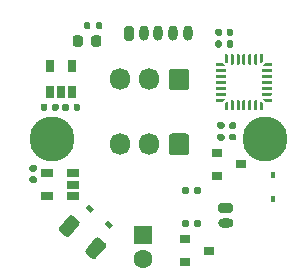
<source format=gts>
%TF.GenerationSoftware,KiCad,Pcbnew,(5.1.8)-1*%
%TF.CreationDate,2021-07-21T00:03:38+02:00*%
%TF.ProjectId,PX12_Board,50583132-5f42-46f6-9172-642e6b696361,V1.0*%
%TF.SameCoordinates,Original*%
%TF.FileFunction,Soldermask,Top*%
%TF.FilePolarity,Negative*%
%FSLAX46Y46*%
G04 Gerber Fmt 4.6, Leading zero omitted, Abs format (unit mm)*
G04 Created by KiCad (PCBNEW (5.1.8)-1) date 2021-07-21 00:03:38*
%MOMM*%
%LPD*%
G01*
G04 APERTURE LIST*
%ADD10O,1.300000X0.800000*%
%ADD11R,0.650000X1.060000*%
%ADD12O,1.700000X1.850000*%
%ADD13R,0.900000X0.800000*%
%ADD14R,1.060000X0.650000*%
%ADD15C,0.100000*%
%ADD16R,1.600000X1.600000*%
%ADD17C,1.600000*%
%ADD18C,3.800000*%
%ADD19R,0.450000X0.600000*%
%ADD20O,0.800000X1.300000*%
G04 APERTURE END LIST*
%TO.C,VALVE1*%
G36*
G01*
X180250000Y-105500000D02*
X181150000Y-105500000D01*
G75*
G02*
X181350000Y-105700000I0J-200000D01*
G01*
X181350000Y-106100000D01*
G75*
G02*
X181150000Y-106300000I-200000J0D01*
G01*
X180250000Y-106300000D01*
G75*
G02*
X180050000Y-106100000I0J200000D01*
G01*
X180050000Y-105700000D01*
G75*
G02*
X180250000Y-105500000I200000J0D01*
G01*
G37*
D10*
X180700000Y-107150000D03*
%TD*%
D11*
%TO.C,U1*%
X165800000Y-93850000D03*
X167700000Y-93850000D03*
X167700000Y-96050000D03*
X166750000Y-96050000D03*
X165800000Y-96050000D03*
%TD*%
D12*
%TO.C,AX12_2*%
X171750000Y-100500000D03*
X174250000Y-100500000D03*
G36*
G01*
X177600000Y-99825000D02*
X177600000Y-101175000D01*
G75*
G02*
X177350000Y-101425000I-250000J0D01*
G01*
X176150000Y-101425000D01*
G75*
G02*
X175900000Y-101175000I0J250000D01*
G01*
X175900000Y-99825000D01*
G75*
G02*
X176150000Y-99575000I250000J0D01*
G01*
X177350000Y-99575000D01*
G75*
G02*
X177600000Y-99825000I0J-250000D01*
G01*
G37*
%TD*%
%TO.C,D3*%
G36*
G01*
X167737500Y-92006250D02*
X167737500Y-91493750D01*
G75*
G02*
X167956250Y-91275000I218750J0D01*
G01*
X168393750Y-91275000D01*
G75*
G02*
X168612500Y-91493750I0J-218750D01*
G01*
X168612500Y-92006250D01*
G75*
G02*
X168393750Y-92225000I-218750J0D01*
G01*
X167956250Y-92225000D01*
G75*
G02*
X167737500Y-92006250I0J218750D01*
G01*
G37*
G36*
G01*
X169312500Y-92006250D02*
X169312500Y-91493750D01*
G75*
G02*
X169531250Y-91275000I218750J0D01*
G01*
X169968750Y-91275000D01*
G75*
G02*
X170187500Y-91493750I0J-218750D01*
G01*
X170187500Y-92006250D01*
G75*
G02*
X169968750Y-92225000I-218750J0D01*
G01*
X169531250Y-92225000D01*
G75*
G02*
X169312500Y-92006250I0J218750D01*
G01*
G37*
%TD*%
%TO.C,AX12_1*%
G36*
G01*
X177600000Y-94325000D02*
X177600000Y-95675000D01*
G75*
G02*
X177350000Y-95925000I-250000J0D01*
G01*
X176150000Y-95925000D01*
G75*
G02*
X175900000Y-95675000I0J250000D01*
G01*
X175900000Y-94325000D01*
G75*
G02*
X176150000Y-94075000I250000J0D01*
G01*
X177350000Y-94075000D01*
G75*
G02*
X177600000Y-94325000I0J-250000D01*
G01*
G37*
X174250000Y-95000000D03*
X171750000Y-95000000D03*
%TD*%
D13*
%TO.C,Q1*%
X182000000Y-102200000D03*
X180000000Y-103150000D03*
X180000000Y-101250000D03*
%TD*%
%TO.C,Q2*%
X177300000Y-108550000D03*
X177300000Y-110450000D03*
X179300000Y-109500000D03*
%TD*%
%TO.C,R2*%
G36*
G01*
X170532644Y-109182788D02*
X169729156Y-110140348D01*
G75*
G02*
X169376952Y-110171162I-191509J160695D01*
G01*
X168898170Y-109769416D01*
G75*
G02*
X168867356Y-109417212I160695J191509D01*
G01*
X169670844Y-108459652D01*
G75*
G02*
X170023048Y-108428838I191509J-160695D01*
G01*
X170501830Y-108830584D01*
G75*
G02*
X170532644Y-109182788I-160695J-191509D01*
G01*
G37*
G36*
G01*
X168291964Y-107302634D02*
X167488476Y-108260194D01*
G75*
G02*
X167136272Y-108291008I-191509J160695D01*
G01*
X166657490Y-107889262D01*
G75*
G02*
X166626676Y-107537058I160695J191509D01*
G01*
X167430164Y-106579498D01*
G75*
G02*
X167782368Y-106548684I191509J-160695D01*
G01*
X168261150Y-106950430D01*
G75*
G02*
X168291964Y-107302634I-160695J-191509D01*
G01*
G37*
%TD*%
D14*
%TO.C,U2*%
X167800000Y-104850000D03*
X167800000Y-103900000D03*
X167800000Y-102950000D03*
X165600000Y-102950000D03*
X165600000Y-104850000D03*
%TD*%
D15*
%TO.C,U3*%
G36*
X180625865Y-97039861D02*
G01*
X180628425Y-97031419D01*
X180632584Y-97023639D01*
X180638180Y-97016820D01*
X180771820Y-96883180D01*
X180778639Y-96877584D01*
X180786419Y-96873425D01*
X180794861Y-96870865D01*
X180803640Y-96870000D01*
X180830000Y-96870000D01*
X180838779Y-96870865D01*
X180847221Y-96873425D01*
X180855001Y-96877584D01*
X180861820Y-96883180D01*
X180867416Y-96889999D01*
X180871575Y-96897779D01*
X180874135Y-96906221D01*
X180875000Y-96915000D01*
X180875000Y-97580000D01*
X180874135Y-97588779D01*
X180871575Y-97597221D01*
X180867416Y-97605001D01*
X180861820Y-97611820D01*
X180855001Y-97617416D01*
X180847221Y-97621575D01*
X180838779Y-97624135D01*
X180830000Y-97625000D01*
X180670000Y-97625000D01*
X180661221Y-97624135D01*
X180652779Y-97621575D01*
X180644999Y-97617416D01*
X180638180Y-97611820D01*
X180632584Y-97605001D01*
X180628425Y-97597221D01*
X180625865Y-97588779D01*
X180625000Y-97580000D01*
X180625000Y-97048640D01*
X180625865Y-97039861D01*
G37*
G36*
G01*
X181312500Y-97625000D02*
X181187500Y-97625000D01*
G75*
G02*
X181125000Y-97562500I0J62500D01*
G01*
X181125000Y-96812500D01*
G75*
G02*
X181187500Y-96750000I62500J0D01*
G01*
X181312500Y-96750000D01*
G75*
G02*
X181375000Y-96812500I0J-62500D01*
G01*
X181375000Y-97562500D01*
G75*
G02*
X181312500Y-97625000I-62500J0D01*
G01*
G37*
G36*
G01*
X181812500Y-97625000D02*
X181687500Y-97625000D01*
G75*
G02*
X181625000Y-97562500I0J62500D01*
G01*
X181625000Y-96812500D01*
G75*
G02*
X181687500Y-96750000I62500J0D01*
G01*
X181812500Y-96750000D01*
G75*
G02*
X181875000Y-96812500I0J-62500D01*
G01*
X181875000Y-97562500D01*
G75*
G02*
X181812500Y-97625000I-62500J0D01*
G01*
G37*
G36*
G01*
X182312500Y-97625000D02*
X182187500Y-97625000D01*
G75*
G02*
X182125000Y-97562500I0J62500D01*
G01*
X182125000Y-96812500D01*
G75*
G02*
X182187500Y-96750000I62500J0D01*
G01*
X182312500Y-96750000D01*
G75*
G02*
X182375000Y-96812500I0J-62500D01*
G01*
X182375000Y-97562500D01*
G75*
G02*
X182312500Y-97625000I-62500J0D01*
G01*
G37*
G36*
G01*
X182812500Y-97625000D02*
X182687500Y-97625000D01*
G75*
G02*
X182625000Y-97562500I0J62500D01*
G01*
X182625000Y-96812500D01*
G75*
G02*
X182687500Y-96750000I62500J0D01*
G01*
X182812500Y-96750000D01*
G75*
G02*
X182875000Y-96812500I0J-62500D01*
G01*
X182875000Y-97562500D01*
G75*
G02*
X182812500Y-97625000I-62500J0D01*
G01*
G37*
G36*
G01*
X183312500Y-97625000D02*
X183187500Y-97625000D01*
G75*
G02*
X183125000Y-97562500I0J62500D01*
G01*
X183125000Y-96812500D01*
G75*
G02*
X183187500Y-96750000I62500J0D01*
G01*
X183312500Y-96750000D01*
G75*
G02*
X183375000Y-96812500I0J-62500D01*
G01*
X183375000Y-97562500D01*
G75*
G02*
X183312500Y-97625000I-62500J0D01*
G01*
G37*
G36*
X183625865Y-96906221D02*
G01*
X183628425Y-96897779D01*
X183632584Y-96889999D01*
X183638180Y-96883180D01*
X183644999Y-96877584D01*
X183652779Y-96873425D01*
X183661221Y-96870865D01*
X183670000Y-96870000D01*
X183696360Y-96870000D01*
X183705139Y-96870865D01*
X183713581Y-96873425D01*
X183721361Y-96877584D01*
X183728180Y-96883180D01*
X183861820Y-97016820D01*
X183867416Y-97023639D01*
X183871575Y-97031419D01*
X183874135Y-97039861D01*
X183875000Y-97048640D01*
X183875000Y-97580000D01*
X183874135Y-97588779D01*
X183871575Y-97597221D01*
X183867416Y-97605001D01*
X183861820Y-97611820D01*
X183855001Y-97617416D01*
X183847221Y-97621575D01*
X183838779Y-97624135D01*
X183830000Y-97625000D01*
X183670000Y-97625000D01*
X183661221Y-97624135D01*
X183652779Y-97621575D01*
X183644999Y-97617416D01*
X183638180Y-97611820D01*
X183632584Y-97605001D01*
X183628425Y-97597221D01*
X183625865Y-97588779D01*
X183625000Y-97580000D01*
X183625000Y-96915000D01*
X183625865Y-96906221D01*
G37*
G36*
X183870865Y-96661221D02*
G01*
X183873425Y-96652779D01*
X183877584Y-96644999D01*
X183883180Y-96638180D01*
X183889999Y-96632584D01*
X183897779Y-96628425D01*
X183906221Y-96625865D01*
X183915000Y-96625000D01*
X184580000Y-96625000D01*
X184588779Y-96625865D01*
X184597221Y-96628425D01*
X184605001Y-96632584D01*
X184611820Y-96638180D01*
X184617416Y-96644999D01*
X184621575Y-96652779D01*
X184624135Y-96661221D01*
X184625000Y-96670000D01*
X184625000Y-96830000D01*
X184624135Y-96838779D01*
X184621575Y-96847221D01*
X184617416Y-96855001D01*
X184611820Y-96861820D01*
X184605001Y-96867416D01*
X184597221Y-96871575D01*
X184588779Y-96874135D01*
X184580000Y-96875000D01*
X184048640Y-96875000D01*
X184039861Y-96874135D01*
X184031419Y-96871575D01*
X184023639Y-96867416D01*
X184016820Y-96861820D01*
X183883180Y-96728180D01*
X183877584Y-96721361D01*
X183873425Y-96713581D01*
X183870865Y-96705139D01*
X183870000Y-96696360D01*
X183870000Y-96670000D01*
X183870865Y-96661221D01*
G37*
G36*
G01*
X184562500Y-96375000D02*
X183812500Y-96375000D01*
G75*
G02*
X183750000Y-96312500I0J62500D01*
G01*
X183750000Y-96187500D01*
G75*
G02*
X183812500Y-96125000I62500J0D01*
G01*
X184562500Y-96125000D01*
G75*
G02*
X184625000Y-96187500I0J-62500D01*
G01*
X184625000Y-96312500D01*
G75*
G02*
X184562500Y-96375000I-62500J0D01*
G01*
G37*
G36*
G01*
X184562500Y-95875000D02*
X183812500Y-95875000D01*
G75*
G02*
X183750000Y-95812500I0J62500D01*
G01*
X183750000Y-95687500D01*
G75*
G02*
X183812500Y-95625000I62500J0D01*
G01*
X184562500Y-95625000D01*
G75*
G02*
X184625000Y-95687500I0J-62500D01*
G01*
X184625000Y-95812500D01*
G75*
G02*
X184562500Y-95875000I-62500J0D01*
G01*
G37*
G36*
G01*
X184562500Y-95375000D02*
X183812500Y-95375000D01*
G75*
G02*
X183750000Y-95312500I0J62500D01*
G01*
X183750000Y-95187500D01*
G75*
G02*
X183812500Y-95125000I62500J0D01*
G01*
X184562500Y-95125000D01*
G75*
G02*
X184625000Y-95187500I0J-62500D01*
G01*
X184625000Y-95312500D01*
G75*
G02*
X184562500Y-95375000I-62500J0D01*
G01*
G37*
G36*
G01*
X184562500Y-94875000D02*
X183812500Y-94875000D01*
G75*
G02*
X183750000Y-94812500I0J62500D01*
G01*
X183750000Y-94687500D01*
G75*
G02*
X183812500Y-94625000I62500J0D01*
G01*
X184562500Y-94625000D01*
G75*
G02*
X184625000Y-94687500I0J-62500D01*
G01*
X184625000Y-94812500D01*
G75*
G02*
X184562500Y-94875000I-62500J0D01*
G01*
G37*
G36*
G01*
X184562500Y-94375000D02*
X183812500Y-94375000D01*
G75*
G02*
X183750000Y-94312500I0J62500D01*
G01*
X183750000Y-94187500D01*
G75*
G02*
X183812500Y-94125000I62500J0D01*
G01*
X184562500Y-94125000D01*
G75*
G02*
X184625000Y-94187500I0J-62500D01*
G01*
X184625000Y-94312500D01*
G75*
G02*
X184562500Y-94375000I-62500J0D01*
G01*
G37*
G36*
X183870865Y-93794861D02*
G01*
X183873425Y-93786419D01*
X183877584Y-93778639D01*
X183883180Y-93771820D01*
X184016820Y-93638180D01*
X184023639Y-93632584D01*
X184031419Y-93628425D01*
X184039861Y-93625865D01*
X184048640Y-93625000D01*
X184580000Y-93625000D01*
X184588779Y-93625865D01*
X184597221Y-93628425D01*
X184605001Y-93632584D01*
X184611820Y-93638180D01*
X184617416Y-93644999D01*
X184621575Y-93652779D01*
X184624135Y-93661221D01*
X184625000Y-93670000D01*
X184625000Y-93830000D01*
X184624135Y-93838779D01*
X184621575Y-93847221D01*
X184617416Y-93855001D01*
X184611820Y-93861820D01*
X184605001Y-93867416D01*
X184597221Y-93871575D01*
X184588779Y-93874135D01*
X184580000Y-93875000D01*
X183915000Y-93875000D01*
X183906221Y-93874135D01*
X183897779Y-93871575D01*
X183889999Y-93867416D01*
X183883180Y-93861820D01*
X183877584Y-93855001D01*
X183873425Y-93847221D01*
X183870865Y-93838779D01*
X183870000Y-93830000D01*
X183870000Y-93803640D01*
X183870865Y-93794861D01*
G37*
G36*
X183625865Y-92911221D02*
G01*
X183628425Y-92902779D01*
X183632584Y-92894999D01*
X183638180Y-92888180D01*
X183644999Y-92882584D01*
X183652779Y-92878425D01*
X183661221Y-92875865D01*
X183670000Y-92875000D01*
X183830000Y-92875000D01*
X183838779Y-92875865D01*
X183847221Y-92878425D01*
X183855001Y-92882584D01*
X183861820Y-92888180D01*
X183867416Y-92894999D01*
X183871575Y-92902779D01*
X183874135Y-92911221D01*
X183875000Y-92920000D01*
X183875000Y-93451360D01*
X183874135Y-93460139D01*
X183871575Y-93468581D01*
X183867416Y-93476361D01*
X183861820Y-93483180D01*
X183728180Y-93616820D01*
X183721361Y-93622416D01*
X183713581Y-93626575D01*
X183705139Y-93629135D01*
X183696360Y-93630000D01*
X183670000Y-93630000D01*
X183661221Y-93629135D01*
X183652779Y-93626575D01*
X183644999Y-93622416D01*
X183638180Y-93616820D01*
X183632584Y-93610001D01*
X183628425Y-93602221D01*
X183625865Y-93593779D01*
X183625000Y-93585000D01*
X183625000Y-92920000D01*
X183625865Y-92911221D01*
G37*
G36*
G01*
X183312500Y-93750000D02*
X183187500Y-93750000D01*
G75*
G02*
X183125000Y-93687500I0J62500D01*
G01*
X183125000Y-92937500D01*
G75*
G02*
X183187500Y-92875000I62500J0D01*
G01*
X183312500Y-92875000D01*
G75*
G02*
X183375000Y-92937500I0J-62500D01*
G01*
X183375000Y-93687500D01*
G75*
G02*
X183312500Y-93750000I-62500J0D01*
G01*
G37*
G36*
G01*
X182812500Y-93750000D02*
X182687500Y-93750000D01*
G75*
G02*
X182625000Y-93687500I0J62500D01*
G01*
X182625000Y-92937500D01*
G75*
G02*
X182687500Y-92875000I62500J0D01*
G01*
X182812500Y-92875000D01*
G75*
G02*
X182875000Y-92937500I0J-62500D01*
G01*
X182875000Y-93687500D01*
G75*
G02*
X182812500Y-93750000I-62500J0D01*
G01*
G37*
G36*
G01*
X182312500Y-93750000D02*
X182187500Y-93750000D01*
G75*
G02*
X182125000Y-93687500I0J62500D01*
G01*
X182125000Y-92937500D01*
G75*
G02*
X182187500Y-92875000I62500J0D01*
G01*
X182312500Y-92875000D01*
G75*
G02*
X182375000Y-92937500I0J-62500D01*
G01*
X182375000Y-93687500D01*
G75*
G02*
X182312500Y-93750000I-62500J0D01*
G01*
G37*
G36*
G01*
X181812500Y-93750000D02*
X181687500Y-93750000D01*
G75*
G02*
X181625000Y-93687500I0J62500D01*
G01*
X181625000Y-92937500D01*
G75*
G02*
X181687500Y-92875000I62500J0D01*
G01*
X181812500Y-92875000D01*
G75*
G02*
X181875000Y-92937500I0J-62500D01*
G01*
X181875000Y-93687500D01*
G75*
G02*
X181812500Y-93750000I-62500J0D01*
G01*
G37*
G36*
G01*
X181312500Y-93750000D02*
X181187500Y-93750000D01*
G75*
G02*
X181125000Y-93687500I0J62500D01*
G01*
X181125000Y-92937500D01*
G75*
G02*
X181187500Y-92875000I62500J0D01*
G01*
X181312500Y-92875000D01*
G75*
G02*
X181375000Y-92937500I0J-62500D01*
G01*
X181375000Y-93687500D01*
G75*
G02*
X181312500Y-93750000I-62500J0D01*
G01*
G37*
G36*
X180625865Y-92911221D02*
G01*
X180628425Y-92902779D01*
X180632584Y-92894999D01*
X180638180Y-92888180D01*
X180644999Y-92882584D01*
X180652779Y-92878425D01*
X180661221Y-92875865D01*
X180670000Y-92875000D01*
X180830000Y-92875000D01*
X180838779Y-92875865D01*
X180847221Y-92878425D01*
X180855001Y-92882584D01*
X180861820Y-92888180D01*
X180867416Y-92894999D01*
X180871575Y-92902779D01*
X180874135Y-92911221D01*
X180875000Y-92920000D01*
X180875000Y-93585000D01*
X180874135Y-93593779D01*
X180871575Y-93602221D01*
X180867416Y-93610001D01*
X180861820Y-93616820D01*
X180855001Y-93622416D01*
X180847221Y-93626575D01*
X180838779Y-93629135D01*
X180830000Y-93630000D01*
X180803640Y-93630000D01*
X180794861Y-93629135D01*
X180786419Y-93626575D01*
X180778639Y-93622416D01*
X180771820Y-93616820D01*
X180638180Y-93483180D01*
X180632584Y-93476361D01*
X180628425Y-93468581D01*
X180625865Y-93460139D01*
X180625000Y-93451360D01*
X180625000Y-92920000D01*
X180625865Y-92911221D01*
G37*
G36*
X179875865Y-93661221D02*
G01*
X179878425Y-93652779D01*
X179882584Y-93644999D01*
X179888180Y-93638180D01*
X179894999Y-93632584D01*
X179902779Y-93628425D01*
X179911221Y-93625865D01*
X179920000Y-93625000D01*
X180451360Y-93625000D01*
X180460139Y-93625865D01*
X180468581Y-93628425D01*
X180476361Y-93632584D01*
X180483180Y-93638180D01*
X180616820Y-93771820D01*
X180622416Y-93778639D01*
X180626575Y-93786419D01*
X180629135Y-93794861D01*
X180630000Y-93803640D01*
X180630000Y-93830000D01*
X180629135Y-93838779D01*
X180626575Y-93847221D01*
X180622416Y-93855001D01*
X180616820Y-93861820D01*
X180610001Y-93867416D01*
X180602221Y-93871575D01*
X180593779Y-93874135D01*
X180585000Y-93875000D01*
X179920000Y-93875000D01*
X179911221Y-93874135D01*
X179902779Y-93871575D01*
X179894999Y-93867416D01*
X179888180Y-93861820D01*
X179882584Y-93855001D01*
X179878425Y-93847221D01*
X179875865Y-93838779D01*
X179875000Y-93830000D01*
X179875000Y-93670000D01*
X179875865Y-93661221D01*
G37*
G36*
G01*
X180687500Y-94375000D02*
X179937500Y-94375000D01*
G75*
G02*
X179875000Y-94312500I0J62500D01*
G01*
X179875000Y-94187500D01*
G75*
G02*
X179937500Y-94125000I62500J0D01*
G01*
X180687500Y-94125000D01*
G75*
G02*
X180750000Y-94187500I0J-62500D01*
G01*
X180750000Y-94312500D01*
G75*
G02*
X180687500Y-94375000I-62500J0D01*
G01*
G37*
G36*
G01*
X180687500Y-94875000D02*
X179937500Y-94875000D01*
G75*
G02*
X179875000Y-94812500I0J62500D01*
G01*
X179875000Y-94687500D01*
G75*
G02*
X179937500Y-94625000I62500J0D01*
G01*
X180687500Y-94625000D01*
G75*
G02*
X180750000Y-94687500I0J-62500D01*
G01*
X180750000Y-94812500D01*
G75*
G02*
X180687500Y-94875000I-62500J0D01*
G01*
G37*
G36*
G01*
X180687500Y-95375000D02*
X179937500Y-95375000D01*
G75*
G02*
X179875000Y-95312500I0J62500D01*
G01*
X179875000Y-95187500D01*
G75*
G02*
X179937500Y-95125000I62500J0D01*
G01*
X180687500Y-95125000D01*
G75*
G02*
X180750000Y-95187500I0J-62500D01*
G01*
X180750000Y-95312500D01*
G75*
G02*
X180687500Y-95375000I-62500J0D01*
G01*
G37*
G36*
G01*
X180687500Y-95875000D02*
X179937500Y-95875000D01*
G75*
G02*
X179875000Y-95812500I0J62500D01*
G01*
X179875000Y-95687500D01*
G75*
G02*
X179937500Y-95625000I62500J0D01*
G01*
X180687500Y-95625000D01*
G75*
G02*
X180750000Y-95687500I0J-62500D01*
G01*
X180750000Y-95812500D01*
G75*
G02*
X180687500Y-95875000I-62500J0D01*
G01*
G37*
G36*
G01*
X180687500Y-96375000D02*
X179937500Y-96375000D01*
G75*
G02*
X179875000Y-96312500I0J62500D01*
G01*
X179875000Y-96187500D01*
G75*
G02*
X179937500Y-96125000I62500J0D01*
G01*
X180687500Y-96125000D01*
G75*
G02*
X180750000Y-96187500I0J-62500D01*
G01*
X180750000Y-96312500D01*
G75*
G02*
X180687500Y-96375000I-62500J0D01*
G01*
G37*
G36*
X179875865Y-96661221D02*
G01*
X179878425Y-96652779D01*
X179882584Y-96644999D01*
X179888180Y-96638180D01*
X179894999Y-96632584D01*
X179902779Y-96628425D01*
X179911221Y-96625865D01*
X179920000Y-96625000D01*
X180585000Y-96625000D01*
X180593779Y-96625865D01*
X180602221Y-96628425D01*
X180610001Y-96632584D01*
X180616820Y-96638180D01*
X180622416Y-96644999D01*
X180626575Y-96652779D01*
X180629135Y-96661221D01*
X180630000Y-96670000D01*
X180630000Y-96696360D01*
X180629135Y-96705139D01*
X180626575Y-96713581D01*
X180622416Y-96721361D01*
X180616820Y-96728180D01*
X180483180Y-96861820D01*
X180476361Y-96867416D01*
X180468581Y-96871575D01*
X180460139Y-96874135D01*
X180451360Y-96875000D01*
X179920000Y-96875000D01*
X179911221Y-96874135D01*
X179902779Y-96871575D01*
X179894999Y-96867416D01*
X179888180Y-96861820D01*
X179882584Y-96855001D01*
X179878425Y-96847221D01*
X179875865Y-96838779D01*
X179875000Y-96830000D01*
X179875000Y-96670000D01*
X179875865Y-96661221D01*
G37*
%TD*%
D16*
%TO.C,C4*%
X173700000Y-108200000D03*
D17*
X173700000Y-110200000D03*
%TD*%
D18*
%TO.C,PGND*%
X184000000Y-100000000D03*
%TD*%
%TO.C,PVCC*%
X166000000Y-100000000D03*
%TD*%
%TO.C,C1*%
G36*
G01*
X180380000Y-90830000D02*
X180380000Y-91170000D01*
G75*
G02*
X180240000Y-91310000I-140000J0D01*
G01*
X179960000Y-91310000D01*
G75*
G02*
X179820000Y-91170000I0J140000D01*
G01*
X179820000Y-90830000D01*
G75*
G02*
X179960000Y-90690000I140000J0D01*
G01*
X180240000Y-90690000D01*
G75*
G02*
X180380000Y-90830000I0J-140000D01*
G01*
G37*
G36*
G01*
X181340000Y-90830000D02*
X181340000Y-91170000D01*
G75*
G02*
X181200000Y-91310000I-140000J0D01*
G01*
X180920000Y-91310000D01*
G75*
G02*
X180780000Y-91170000I0J140000D01*
G01*
X180780000Y-90830000D01*
G75*
G02*
X180920000Y-90690000I140000J0D01*
G01*
X181200000Y-90690000D01*
G75*
G02*
X181340000Y-90830000I0J-140000D01*
G01*
G37*
%TD*%
%TO.C,C2*%
G36*
G01*
X164570000Y-103760000D02*
X164230000Y-103760000D01*
G75*
G02*
X164090000Y-103620000I0J140000D01*
G01*
X164090000Y-103340000D01*
G75*
G02*
X164230000Y-103200000I140000J0D01*
G01*
X164570000Y-103200000D01*
G75*
G02*
X164710000Y-103340000I0J-140000D01*
G01*
X164710000Y-103620000D01*
G75*
G02*
X164570000Y-103760000I-140000J0D01*
G01*
G37*
G36*
G01*
X164570000Y-102800000D02*
X164230000Y-102800000D01*
G75*
G02*
X164090000Y-102660000I0J140000D01*
G01*
X164090000Y-102380000D01*
G75*
G02*
X164230000Y-102240000I140000J0D01*
G01*
X164570000Y-102240000D01*
G75*
G02*
X164710000Y-102380000I0J-140000D01*
G01*
X164710000Y-102660000D01*
G75*
G02*
X164570000Y-102800000I-140000J0D01*
G01*
G37*
%TD*%
%TO.C,C3*%
G36*
G01*
X180380000Y-91830000D02*
X180380000Y-92170000D01*
G75*
G02*
X180240000Y-92310000I-140000J0D01*
G01*
X179960000Y-92310000D01*
G75*
G02*
X179820000Y-92170000I0J140000D01*
G01*
X179820000Y-91830000D01*
G75*
G02*
X179960000Y-91690000I140000J0D01*
G01*
X180240000Y-91690000D01*
G75*
G02*
X180380000Y-91830000I0J-140000D01*
G01*
G37*
G36*
G01*
X181340000Y-91830000D02*
X181340000Y-92170000D01*
G75*
G02*
X181200000Y-92310000I-140000J0D01*
G01*
X180920000Y-92310000D01*
G75*
G02*
X180780000Y-92170000I0J140000D01*
G01*
X180780000Y-91830000D01*
G75*
G02*
X180920000Y-91690000I140000J0D01*
G01*
X181200000Y-91690000D01*
G75*
G02*
X181340000Y-91830000I0J-140000D01*
G01*
G37*
%TD*%
%TO.C,C5*%
G36*
G01*
X168380000Y-97180000D02*
X168380000Y-97520000D01*
G75*
G02*
X168240000Y-97660000I-140000J0D01*
G01*
X167960000Y-97660000D01*
G75*
G02*
X167820000Y-97520000I0J140000D01*
G01*
X167820000Y-97180000D01*
G75*
G02*
X167960000Y-97040000I140000J0D01*
G01*
X168240000Y-97040000D01*
G75*
G02*
X168380000Y-97180000I0J-140000D01*
G01*
G37*
G36*
G01*
X167420000Y-97180000D02*
X167420000Y-97520000D01*
G75*
G02*
X167280000Y-97660000I-140000J0D01*
G01*
X167000000Y-97660000D01*
G75*
G02*
X166860000Y-97520000I0J140000D01*
G01*
X166860000Y-97180000D01*
G75*
G02*
X167000000Y-97040000I140000J0D01*
G01*
X167280000Y-97040000D01*
G75*
G02*
X167420000Y-97180000I0J-140000D01*
G01*
G37*
%TD*%
%TO.C,C6*%
G36*
G01*
X166000000Y-97520000D02*
X166000000Y-97180000D01*
G75*
G02*
X166140000Y-97040000I140000J0D01*
G01*
X166420000Y-97040000D01*
G75*
G02*
X166560000Y-97180000I0J-140000D01*
G01*
X166560000Y-97520000D01*
G75*
G02*
X166420000Y-97660000I-140000J0D01*
G01*
X166140000Y-97660000D01*
G75*
G02*
X166000000Y-97520000I0J140000D01*
G01*
G37*
G36*
G01*
X165040000Y-97520000D02*
X165040000Y-97180000D01*
G75*
G02*
X165180000Y-97040000I140000J0D01*
G01*
X165460000Y-97040000D01*
G75*
G02*
X165600000Y-97180000I0J-140000D01*
G01*
X165600000Y-97520000D01*
G75*
G02*
X165460000Y-97660000I-140000J0D01*
G01*
X165180000Y-97660000D01*
G75*
G02*
X165040000Y-97520000I0J140000D01*
G01*
G37*
%TD*%
%TO.C,C7*%
G36*
G01*
X181130000Y-98640000D02*
X181470000Y-98640000D01*
G75*
G02*
X181610000Y-98780000I0J-140000D01*
G01*
X181610000Y-99060000D01*
G75*
G02*
X181470000Y-99200000I-140000J0D01*
G01*
X181130000Y-99200000D01*
G75*
G02*
X180990000Y-99060000I0J140000D01*
G01*
X180990000Y-98780000D01*
G75*
G02*
X181130000Y-98640000I140000J0D01*
G01*
G37*
G36*
G01*
X181130000Y-99600000D02*
X181470000Y-99600000D01*
G75*
G02*
X181610000Y-99740000I0J-140000D01*
G01*
X181610000Y-100020000D01*
G75*
G02*
X181470000Y-100160000I-140000J0D01*
G01*
X181130000Y-100160000D01*
G75*
G02*
X180990000Y-100020000I0J140000D01*
G01*
X180990000Y-99740000D01*
G75*
G02*
X181130000Y-99600000I140000J0D01*
G01*
G37*
%TD*%
D15*
%TO.C,D1*%
G36*
X168821212Y-105904597D02*
G01*
X169110467Y-105559877D01*
X169570094Y-105945549D01*
X169280839Y-106290269D01*
X168821212Y-105904597D01*
G37*
G36*
X170429906Y-107254451D02*
G01*
X170719161Y-106909731D01*
X171178788Y-107295403D01*
X170889533Y-107640123D01*
X170429906Y-107254451D01*
G37*
%TD*%
D19*
%TO.C,D2*%
X184700000Y-105150000D03*
X184700000Y-103050000D03*
%TD*%
%TO.C,R1*%
G36*
G01*
X178040000Y-104585000D02*
X178040000Y-104215000D01*
G75*
G02*
X178175000Y-104080000I135000J0D01*
G01*
X178445000Y-104080000D01*
G75*
G02*
X178580000Y-104215000I0J-135000D01*
G01*
X178580000Y-104585000D01*
G75*
G02*
X178445000Y-104720000I-135000J0D01*
G01*
X178175000Y-104720000D01*
G75*
G02*
X178040000Y-104585000I0J135000D01*
G01*
G37*
G36*
G01*
X177020000Y-104585000D02*
X177020000Y-104215000D01*
G75*
G02*
X177155000Y-104080000I135000J0D01*
G01*
X177425000Y-104080000D01*
G75*
G02*
X177560000Y-104215000I0J-135000D01*
G01*
X177560000Y-104585000D01*
G75*
G02*
X177425000Y-104720000I-135000J0D01*
G01*
X177155000Y-104720000D01*
G75*
G02*
X177020000Y-104585000I0J135000D01*
G01*
G37*
%TD*%
%TO.C,R3*%
G36*
G01*
X177020000Y-107385000D02*
X177020000Y-107015000D01*
G75*
G02*
X177155000Y-106880000I135000J0D01*
G01*
X177425000Y-106880000D01*
G75*
G02*
X177560000Y-107015000I0J-135000D01*
G01*
X177560000Y-107385000D01*
G75*
G02*
X177425000Y-107520000I-135000J0D01*
G01*
X177155000Y-107520000D01*
G75*
G02*
X177020000Y-107385000I0J135000D01*
G01*
G37*
G36*
G01*
X178040000Y-107385000D02*
X178040000Y-107015000D01*
G75*
G02*
X178175000Y-106880000I135000J0D01*
G01*
X178445000Y-106880000D01*
G75*
G02*
X178580000Y-107015000I0J-135000D01*
G01*
X178580000Y-107385000D01*
G75*
G02*
X178445000Y-107520000I-135000J0D01*
G01*
X178175000Y-107520000D01*
G75*
G02*
X178040000Y-107385000I0J135000D01*
G01*
G37*
%TD*%
%TO.C,R4*%
G36*
G01*
X168710000Y-90635000D02*
X168710000Y-90265000D01*
G75*
G02*
X168845000Y-90130000I135000J0D01*
G01*
X169115000Y-90130000D01*
G75*
G02*
X169250000Y-90265000I0J-135000D01*
G01*
X169250000Y-90635000D01*
G75*
G02*
X169115000Y-90770000I-135000J0D01*
G01*
X168845000Y-90770000D01*
G75*
G02*
X168710000Y-90635000I0J135000D01*
G01*
G37*
G36*
G01*
X169730000Y-90635000D02*
X169730000Y-90265000D01*
G75*
G02*
X169865000Y-90130000I135000J0D01*
G01*
X170135000Y-90130000D01*
G75*
G02*
X170270000Y-90265000I0J-135000D01*
G01*
X170270000Y-90635000D01*
G75*
G02*
X170135000Y-90770000I-135000J0D01*
G01*
X169865000Y-90770000D01*
G75*
G02*
X169730000Y-90635000I0J135000D01*
G01*
G37*
%TD*%
%TO.C,R5*%
G36*
G01*
X180485000Y-99160000D02*
X180115000Y-99160000D01*
G75*
G02*
X179980000Y-99025000I0J135000D01*
G01*
X179980000Y-98755000D01*
G75*
G02*
X180115000Y-98620000I135000J0D01*
G01*
X180485000Y-98620000D01*
G75*
G02*
X180620000Y-98755000I0J-135000D01*
G01*
X180620000Y-99025000D01*
G75*
G02*
X180485000Y-99160000I-135000J0D01*
G01*
G37*
G36*
G01*
X180485000Y-100180000D02*
X180115000Y-100180000D01*
G75*
G02*
X179980000Y-100045000I0J135000D01*
G01*
X179980000Y-99775000D01*
G75*
G02*
X180115000Y-99640000I135000J0D01*
G01*
X180485000Y-99640000D01*
G75*
G02*
X180620000Y-99775000I0J-135000D01*
G01*
X180620000Y-100045000D01*
G75*
G02*
X180485000Y-100180000I-135000J0D01*
G01*
G37*
%TD*%
%TO.C,SWD*%
G36*
G01*
X172100000Y-91550000D02*
X172100000Y-90650000D01*
G75*
G02*
X172300000Y-90450000I200000J0D01*
G01*
X172700000Y-90450000D01*
G75*
G02*
X172900000Y-90650000I0J-200000D01*
G01*
X172900000Y-91550000D01*
G75*
G02*
X172700000Y-91750000I-200000J0D01*
G01*
X172300000Y-91750000D01*
G75*
G02*
X172100000Y-91550000I0J200000D01*
G01*
G37*
D20*
X173750000Y-91100000D03*
X175000000Y-91100000D03*
X176250000Y-91100000D03*
X177500000Y-91100000D03*
%TD*%
M02*

</source>
